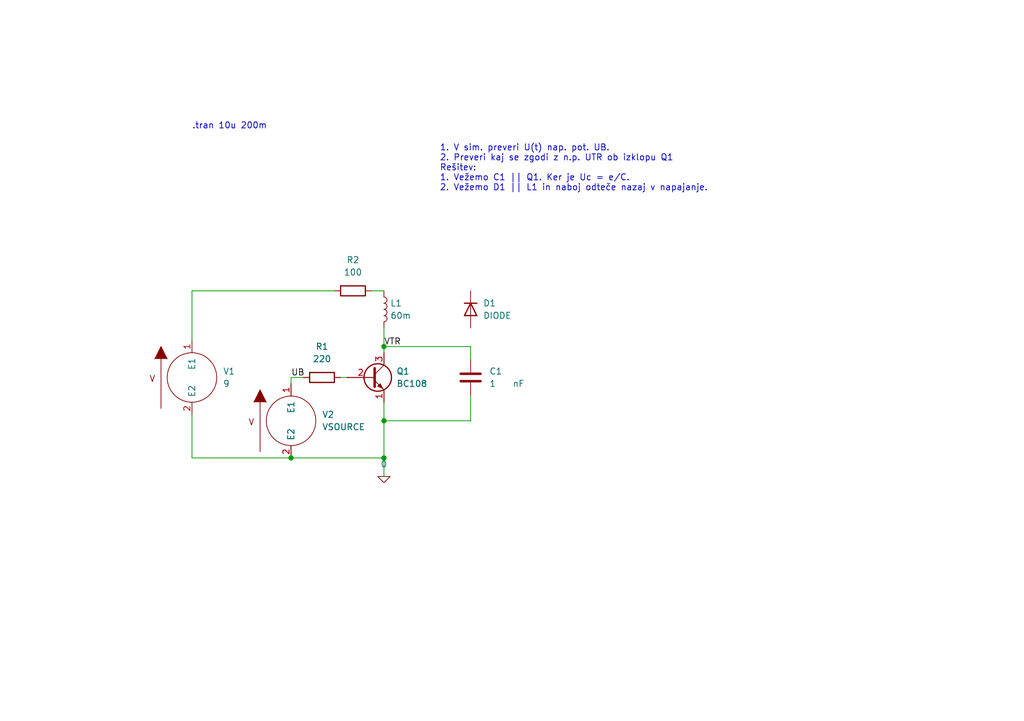
<source format=kicad_sch>
(kicad_sch (version 20231120) (generator "eeschema") (generator_version "8.0")
  (paper "A5")
  (lib_symbols
    (symbol "Device:C" (pin_numbers hide) (pin_names (offset 0.254))
      (property "Reference" "C" (at 0.635 2.54 0))
      (property "Value" "C" (at 0.635 -2.54 0))
      (symbol "C_0_1"
        (polyline (pts (xy -2.032 -0.762) (xy 2.032 -0.762)) (stroke (width 0.508)))
        (polyline (pts (xy -2.032 0.762) (xy 2.032 0.762)) (stroke (width 0.508)))
      )
      (symbol "C_1_1"
        (pin passive line (at 0 3.81 270) (length 2.794) (name "~") (number "1"))
        (pin passive line (at 0 -3.81 90) (length 2.794) (name "~") (number "2"))
      )
    )
    (symbol "Device:L" (pin_numbers hide) (pin_names (offset 1.016) hide)
      (property "Reference" "L" (at -1.27 0 90))
      (property "Value" "L" (at 1.905 0 90))
      (symbol "L_0_1"
        (arc (start 0 -2.54) (mid 0.6323 -1.905) (end 0 -1.27))
        (arc (start 0 -1.27) (mid 0.6323 -0.635) (end 0 0))
        (arc (start 0 0) (mid 0.6323 0.635) (end 0 1.27))
        (arc (start 0 1.27) (mid 0.6323 1.905) (end 0 2.54))
      )
      (symbol "L_1_1"
        (pin passive line (at 0 3.81 270) (length 1.27) (name "1") (number "1"))
        (pin passive line (at 0 -3.81 90) (length 1.27) (name "2") (number "2"))
      )
    )
    (symbol "Device:R" (pin_numbers hide) (pin_names (offset 0))
      (property "Reference" "R" (at 2.032 0 90))
      (property "Value" "R" (at 0 0 90))
      (symbol "R_0_1"
        (rectangle (start -1.016 -2.54) (end 1.016 2.54) (stroke (width 0.254)))
      )
      (symbol "R_1_1"
        (pin passive line (at 0 3.81 270) (length 1.27) (name "~") (number "1"))
        (pin passive line (at 0 -3.81 90) (length 1.27) (name "~") (number "2"))
      )
    )
    (symbol "Simulation_SPICE:DIODE" (pin_numbers hide) (pin_names (offset 1.016) hide)
      (property "Reference" "D" (at 0 2.54 0))
      (property "Value" "DIODE" (at 0 -2.54 0))
      (symbol "DIODE_0_1"
        (polyline (pts (xy 1.27 0) (xy -1.27 0)))
        (polyline (pts (xy 1.27 1.27) (xy 1.27 -1.27)) (stroke (width 0.254)))
        (polyline (pts (xy -1.27 -1.27) (xy -1.27 1.27) (xy 1.27 0) (xy -1.27 -1.27)) (stroke (width 0.254)))
      )
      (symbol "DIODE_1_1"
        (pin passive line (at -3.81 0 0) (length 2.54) (name "A") (number "1"))
        (pin passive line (at 3.81 0 180) (length 2.54) (name "K") (number "2"))
      )
    )
    (symbol "Transistor_BJT:BC108" (pin_names (offset 0) hide)
      (property "Reference" "Q" (at 5.08 1.905 0))
      (property "Value" "BC108" (at 5.08 0 0))
      (symbol "BC108_0_1"
        (polyline (pts (xy 0.635 0.635) (xy 2.54 2.54)))
        (polyline (pts (xy 0.635 -0.635) (xy 2.54 -2.54) (xy 2.54 -2.54)))
        (polyline (pts (xy 0.635 1.905) (xy 0.635 -1.905) (xy 0.635 -1.905)) (stroke (width 0.508)))
        (polyline (pts (xy 1.27 -1.778) (xy 1.778 -1.27) (xy 2.286 -2.286) (xy 1.27 -1.778) (xy 1.27 -1.778)) (fill (type outline)))
        (circle (center 1.27 0) (radius 2.8194) (stroke (width 0.254)))
      )
      (symbol "BC108_1_1"
        (pin passive line (at 2.54 -5.08 90) (length 2.54) (name "E") (number "1"))
        (pin input line (at -5.08 0 0) (length 5.715) (name "B") (number "2"))
        (pin passive line (at 2.54 5.08 270) (length 2.54) (name "C") (number "3"))
      )
    )
    (symbol "pspice:0" (power) (pin_names (offset 0))
      (property "Value" "0" (at 0 -1.778 0))
      (symbol "0_0_1"
        (polyline (pts (xy -1.27 0) (xy 0 -1.27) (xy 1.27 0) (xy -1.27 0)))
      )
      (symbol "0_1_1"
        (pin power_in line (at 0 0 0) (length 0) hide (name "0") (number "1"))
      )
    )
    (symbol "pspice:VSOURCE" (pin_names (offset 1.016))
      (property "Reference" "V" (at -6.35 7.62 0))
      (property "Value" "VSOURCE" (at 0 0 0))
      (symbol "VSOURCE_0_1"
        (polyline (pts (xy -6.35 -6.35) (xy -6.35 3.81)) (fill (type outline)))
        (polyline (pts (xy -7.62 3.81) (xy -6.35 6.35) (xy -5.08 3.81)) (fill (type outline)))
        (circle (center 0 0) (radius 5.08))
        (text "V" (at -8.128 -0.254 0) (effects (font (size 1.27 1.27))))
      )
      (symbol "VSOURCE_1_1"
        (pin input line (at 0 7.62 270) (length 2.54) (name "E1") (number "1"))
        (pin input line (at 0 -7.62 90) (length 2.54) (name "E2") (number "2"))
      )
    )
  )
  (junction (at 59.69 93.98))
  (junction (at 78.74 71.12))
  (junction (at 78.74 93.98))
  (junction (at 78.74 86.36))
  (wire (pts (xy 78.74 86.36) (xy 96.52 86.36)))
  (wire (pts (xy 59.69 93.98) (xy 78.74 93.98)))
  (wire (pts (xy 78.74 71.12) (xy 96.52 71.12)))
  (wire (pts (xy 96.52 71.12) (xy 96.52 73.66)))
  (wire (pts (xy 78.74 82.55) (xy 78.74 86.36)))
  (wire (pts (xy 69.85 77.47) (xy 71.12 77.47)))
  (wire (pts (xy 78.74 86.36) (xy 78.74 93.98)))
  (wire (pts (xy 78.74 67.31) (xy 78.74 71.12)))
  (wire (pts (xy 78.74 71.12) (xy 78.74 72.39)))
  (wire (pts (xy 59.69 77.47) (xy 59.69 78.74)))
  (wire (pts (xy 39.37 69.85) (xy 39.37 59.69)))
  (wire (pts (xy 39.37 93.98) (xy 59.69 93.98)))
  (wire (pts (xy 96.52 81.28) (xy 96.52 86.36)))
  (wire (pts (xy 78.74 93.98) (xy 78.74 97.79)))
  (wire (pts (xy 62.23 77.47) (xy 59.69 77.47)))
  (wire (pts (xy 39.37 59.69) (xy 68.58 59.69)))
  (wire (pts (xy 76.2 59.69) (xy 78.74 59.69)))
  (wire (pts (xy 39.37 85.09) (xy 39.37 93.98)))
  (text "1. V sim. preveri U(t) nap. pot. UB.\n2. Preveri kaj se zgodi z n.p. UTR ob izklopu Q1\nRešitev:\n1. Vežemo C1 || Q1. Ker je Uc = e/C.\n2. Vežemo D1 || L1 in naboj odteče nazaj v napajanje." (at 90.17 39.37 0) (effects (font (size 1.27 1.27)) (justify left bottom)))
  (text ".tran 10u 200m" (at 39.37 26.67 0) (effects (font (size 1.27 1.27)) (justify left bottom)))
  (label "UB" (at 59.69 77.47 0))
  (label "VTR" (at 78.74 71.12 0))
  (symbol (lib_id "Device:C") (at 96.52 77.47 0) (unit 1)
    (property "Reference" "C1" (at 100.33 76.1999 0) (effects (justify left)))
    (property "Value" "1	nF" (at 100.33 78.7399 0) (effects (justify left)))
    (property "Sim.Device" "SPICE" (effects (hide yes)))
    (property "Sim.Params" "type=\"C\" model=\"10u\" lib=\"\"" (effects (hide yes)))
    (property "Sim.Pins" "1=1 2=2" (effects (hide yes)))
  )
  (symbol (lib_id "Device:L") (at 78.74 63.5 0) (unit 1)
    (property "Reference" "L1" (at 80.01 62.2299 0) (effects (justify left)))
    (property "Value" "60m" (at 80.01 64.7699 0) (effects (justify left)))
    (property "Sim.Device" "SPICE" (effects (hide yes)))
    (property "Sim.Params" "type=\"L\" model=\"60m\" lib=\"\"" (effects (hide yes)))
    (property "Sim.Pins" "1=1 2=2" (effects (hide yes)))
  )
  (symbol (lib_id "Transistor_BJT:BC108") (at 76.2 77.47 0) (unit 1)
    (property "Reference" "Q1" (at 81.28 76.1999 0) (effects (justify left)))
    (property "Value" "BC108" (at 81.28 78.7399 0) (effects (justify left)))
    (property "Footprint" "Package_TO_SOT_THT:TO-18-3" (effects (hide yes)))
    (property "Datasheet" "http://www.b-kainka.de/Daten/Transistor/BC108.pdf" (effects (hide yes)))
    (property "Sim.Device" "NPN" (effects (hide yes)))
    (property "Sim.Params" "is=10200a" (effects (hide yes)))
    (property "Sim.Pins" "1=C 2=B 3=E" (effects (hide yes)))
    (property "Sim.Library" "/home/david/.local/share/kicad/SpiceLibrary/Models/Transistor/BJT/BJTN.LIB" (effects (hide yes)))
    (property "Sim.Name" "BC108B" (effects (hide yes)))
    (property "Sim.Type" "GUMMELPOON" (effects (hide yes)))
  )
  (symbol (lib_id "Device:R") (at 72.39 59.69 90) (unit 1)
    (property "Reference" "R2" (at 72.39 53.34 90))
    (property "Value" "100" (at 72.39 55.88 90))
  )
  (symbol (lib_id "Simulation_SPICE:DIODE") (at 96.52 63.5 90) (unit 1)
    (property "Reference" "D1" (at 99.06 62.2299 90) (effects (justify right)))
    (property "Value" "DIODE" (at 99.06 64.7699 90) (effects (justify right)))
    (property "Sim.Device" "D" (effects (hide yes)))
    (property "Sim.Pins" "1=A 2=K" (effects (hide yes)))
  )
  (symbol (lib_id "Device:R") (at 66.04 77.47 270) (unit 1)
    (property "Reference" "R1" (at 66.04 71.12 90))
    (property "Value" "220" (at 66.04 73.66 90))
    (property "Sim.Device" "SPICE" (effects (hide yes)))
    (property "Sim.Params" "type=\"R\" model=\"220\" lib=\"\"" (effects (hide yes)))
    (property "Sim.Pins" "1=1 2=2" (effects (hide yes)))
  )
  (symbol (lib_id "pspice:0") (at 78.74 97.79 0) (unit 1)
    (property "Reference" "#GND01" (effects (hide yes)))
    (property "Value" "0" (at 78.74 95.25 0))
  )
  (symbol (lib_id "pspice:VSOURCE") (at 39.37 77.47 0) (unit 1)
    (property "Reference" "V1" (at 45.72 76.1999 0) (effects (justify left)))
    (property "Value" "9" (at 45.72 78.7399 0) (effects (justify left)))
    (property "Sim.Device" "V" (effects (hide yes)))
    (property "Sim.Type" "DC" (effects (hide yes)))
    (property "Sim.Pins" "1=+ 2=-" (effects (hide yes)))
  )
  (symbol (lib_id "pspice:VSOURCE") (at 59.69 86.36 0) (unit 1)
    (property "Reference" "V2" (at 66.04 85.0899 0) (effects (justify left)))
    (property "Value" "VSOURCE" (at 66.04 87.6299 0) (effects (justify left)))
    (property "Sim.Device" "V" (effects (hide yes)))
    (property "Sim.Type" "PULSE" (effects (hide yes)))
    (property "Sim.Params" "y1=0 y2=5 td=100m tr=10u tf=10u tw=50m" (effects (hide yes)))
    (property "Sim.Pins" "1=+ 2=-" (effects (hide yes)))
  )
)
</source>
